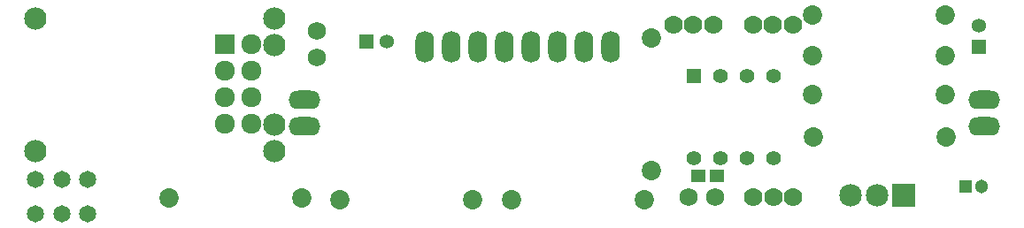
<source format=gbr>
G04 EasyPC Gerber Version 21.0.3 Build 4286 *
%FSLAX35Y35*%
%MOIN*%
%ADD104O,0.07000X0.12000*%
%ADD13O,0.12000X0.07000*%
%ADD110R,0.05134X0.05134*%
%ADD107R,0.05331X0.05331*%
%ADD77R,0.05563X0.05563*%
%ADD102R,0.07555X0.07555*%
%ADD112R,0.08500X0.08500*%
%ADD111C,0.05134*%
%ADD108C,0.05331*%
%ADD78C,0.05563*%
%ADD106C,0.06512*%
%ADD109C,0.06906*%
%ADD81C,0.07000*%
%ADD83C,0.07299*%
%ADD103C,0.07555*%
%ADD105C,0.08400*%
%ADD75C,0.08500*%
%ADD113R,0.05291X0.04937*%
X0Y0D02*
D02*
D13*
X115492Y46943D03*
Y56943D03*
X371398Y46943D03*
Y56943D03*
D02*
D75*
X320886Y20742D03*
X330886D03*
D02*
D77*
X261909Y65644D03*
D02*
D78*
Y34896D03*
X271909D03*
Y65644D03*
X281909Y34896D03*
Y65644D03*
X291909Y34896D03*
Y65644D03*
D02*
D81*
X254272Y85211D03*
X261772D03*
X269272D03*
X284291D03*
X284390Y20250D03*
X291791Y85211D03*
X291890Y20250D03*
X299291Y85211D03*
X299390Y20250D03*
D02*
D83*
X64311Y19758D03*
X114311D03*
X128780Y19266D03*
X178780D03*
X193248D03*
X243248D03*
X245906Y30093D03*
Y80093D03*
X306634Y58636D03*
Y73400D03*
Y88656D03*
X307126Y42888D03*
X356634Y58636D03*
Y73400D03*
Y88656D03*
X357126Y42888D03*
D02*
D102*
X85472Y77829D03*
D02*
D103*
Y47829D03*
Y57829D03*
Y67829D03*
X95472Y47829D03*
Y57829D03*
Y67829D03*
Y77829D03*
D02*
D104*
X160768Y76746D03*
X170768D03*
X180768D03*
X190768D03*
X200768D03*
X210768D03*
X220768D03*
X230768D03*
D02*
D105*
X14094Y37317D03*
Y87317D03*
X104094Y37317D03*
Y47317D03*
Y77317D03*
Y87317D03*
D02*
D106*
X14114Y13754D03*
Y26746D03*
X23957Y13754D03*
Y26746D03*
X33799Y13754D03*
Y26746D03*
D02*
D107*
X138622Y78813D03*
X369429Y76844D03*
D02*
D108*
X146496Y78813D03*
X369429Y84719D03*
D02*
D109*
X119921Y72907D03*
Y82750D03*
X260177Y20250D03*
X270020D03*
D02*
D110*
X364508Y24187D03*
D02*
D111*
X370413D03*
D02*
D112*
X340886Y20742D03*
D02*
D113*
X263567Y28124D03*
X270567D03*
X0Y0D02*
M02*

</source>
